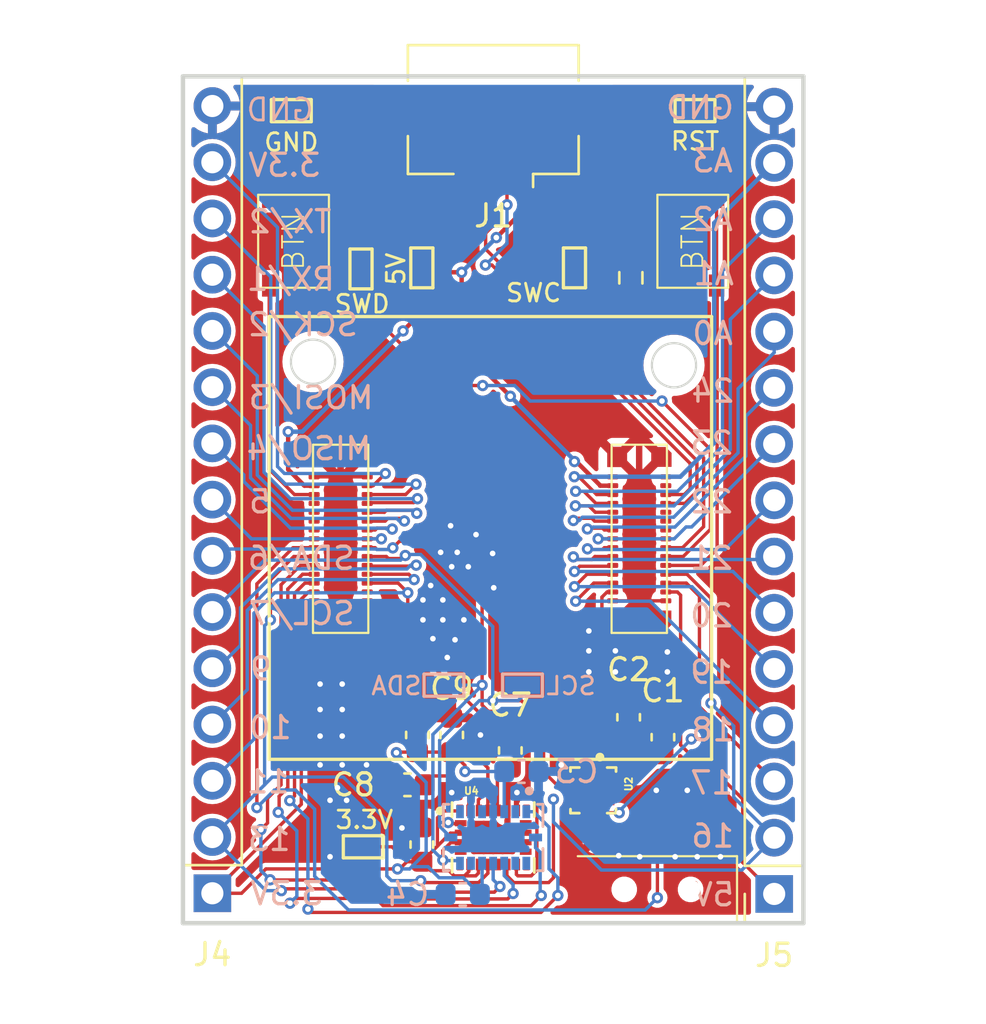
<source format=kicad_pcb>
(kicad_pcb (version 20240108) (generator "pcbnew") (generator_version "8.0")
  (layers (0 "F.Cu" signal) (31 "B.Cu" signal) (34 "B.Paste" user) (35 "F.Paste" user) (36 "B.SilkS" user "B.Silkscreen") (37 "F.SilkS" user "F.Silkscreen") (38 "B.Mask" user) (39 "F.Mask" user) (44 "Edge.Cuts" user))
  (net 0 "")
  (net 19 "/USB_DN")
  (net 20 "GND")
  (net 21 "/VREG_EN")
  (net 22 "/USB_DP")
  (net 23 "/TX0")
  (net 24 "/SWDIO")
  (net 25 "/SWCLK")
  (net 26 "/SDA")
  (net 27 "/SCL")
  (net 28 "/SCK1")
  (net 29 "/SCK0")
  (net 30 "/RX0")
  (net 31 "/RUN")
  (net 32 "/MOSI1")
  (net 33 "/MOSI0")
  (net 34 "/MISO1")
  (net 35 "/MISO0")
  (net 36 "/GPIO9")
  (net 37 "/GPIO5")
  (net 38 "/GPIO24")
  (net 39 "/GPIO23")
  (net 40 "/GPIO22")
  (net 41 "/GPIO21")
  (net 42 "/GPIO20")
  (net 43 "/GPIO19")
  (net 44 "/GPIO18")
  (net 45 "/GPIO17")
  (net 46 "/GPIO16")
  (net 47 "/GPIO13")
  (net 48 "/GPIO11")
  (net 49 "/GPIO10")
  (net 50 "/BOOTSEL")
  (net 51 "/ADC3")
  (net 52 "/ADC2")
  (net 53 "/ADC1")
  (net 54 "/ADC0")
  (net 55 "+5V")
  (net 56 "+3V3")
  (net 58 "Net-(R1-Pad1)")
  (net 63 "Net-(U4-CAP)")
  (net 64 "Net-(U4-C1)")
  (footprint "Connector_USB:USB_Micro-B_Amphenol_10104110_Horizontal" (layer "F.Cu") (at 50.48 34.4 180)
    (property "Reference" "J1")
    (property "Value" "USB_B_Micro")
  )
  (footprint "Customs_Buttons:SPDT_Switch_AYZ0102AGRLC" (layer "F.Cu") (at 57.9 66.375)
    (property "Reference" "SW3" (hide yes))
    (property "Value" "SW_DPDT_x2")
  )
  (footprint "Customs_Connectors:TestPoint_Loop_1.6x0.8mm" (layer "F.Cu") (at 44.6 66.45)
    (property "Reference" "TP1" (hide yes))
    (property "Value" "TestPoint")
  )
  (footprint "Capacitor_SMD:C_0603_1608Metric" (layer "F.Cu") (at 58.15 61.5 90)
    (property "Reference" "C1")
    (property "Value" "100n")
  )
  (footprint "Resistor_SMD:R_0603_1608Metric_Pad0.98x0.95mm_HandSolder" (layer "F.Cu") (at 56.7 40.75 -90)
    (property "Reference" "R1" (hide yes))
    (property "Value" "1k")
  )
  (footprint "Customs_Buttons:PTS815 SJM 250" (layer "F.Cu") (at 41.45 39.1 90)
    (property "Reference" "SW2" (hide yes))
    (property "Value" "SW_Push" (hide yes))
  )
  (footprint "Capacitor_SMD:C_0603_1608Metric" (layer "F.Cu") (at 51.25 62.1 90)
    (property "Reference" "C7")
    (property "Value" "10n")
  )
  (footprint "Connector_PinSocket_2.54mm:PinSocket_1x15_P2.54mm_Vertical" (layer "F.Cu") (at 37.78 68.55 180)
    (property "Reference" "J4")
    (property "Value" "Conn_01x15_MountingPin")
  )
  (footprint "Customs_Connectors:TE-3-2363962-0_30x0.4mm_Recepticle" (layer "F.Cu") (at 43.58 52.54 90)
    (property "Reference" "J3" (hide yes))
    (property "Value" "Conn_02x15_Top_Bottom" (hide yes))
  )
  (footprint "Connector_PinSocket_2.54mm:PinSocket_1x15_P2.54mm_Vertical" (layer "F.Cu") (at 63.18 68.58 180)
    (property "Reference" "J5")
    (property "Value" "Conn_01x15_MountingPin")
  )
  (footprint "Customs_Sensors:PQFN50P200X200X80-10N" (layer "F.Cu") (at 55 63.9 -90)
    (property "Reference" "U2")
    (property "Value" "BMP388")
  )
  (footprint "Capacitor_SMD:C_0603_1608Metric" (layer "F.Cu") (at 56.6 60.6 90)
    (property "Reference" "C2")
    (property "Value" "100n")
  )
  (footprint "Customs_Connectors:TE-3-2363962-0_30x0.4mm_Recepticle" (layer "F.Cu") (at 57.08 52.54 90)
    (property "Reference" "J2" (hide yes))
    (property "Value" "Conn_02x15_Top_Bottom" (hide yes))
  )
  (footprint "Customs_Connectors:TestPoint_Loop_1.6x0.8mm" (layer "F.Cu") (at 44.5 40.35 90)
    (property "Reference" "TP4" (hide yes))
    (property "Value" "TestPoint")
  )
  (footprint "Capacitor_SMD:C_0603_1608Metric" (layer "F.Cu") (at 46.6 63.65 180)
    (property "Reference" "C8")
    (property "Value" "100n")
  )
  (footprint "Customs_Connectors:TestPoint_Loop_1.6x0.8mm" (layer "F.Cu") (at 59.6 33.2)
    (property "Reference" "TP3" (hide yes))
    (property "Value" "TestPoint")
  )
  (footprint "Capacitor_SMD:C_0603_1608Metric" (layer "F.Cu") (at 47.05 61.4 90)
    (property "Reference" "C5" (hide yes))
    (property "Value" "100n")
  )
  (footprint "Customs_Sensors:PQFN43P300X350X102-24N" (layer "F.Cu") (at 50.475 66.03)
    (property "Reference" "U4")
    (property "Value" "LSM9DS1TR")
  )
  (footprint "Capacitor_SMD:C_0603_1608Metric" (layer "F.Cu") (at 48.6 61.4 90)
    (property "Reference" "C9")
    (property "Value" "10u")
  )
  (footprint "Customs_Connectors:TestPoint_Loop_1.6x0.8mm" (layer "F.Cu") (at 47.25 40.3 90)
    (property "Reference" "TP2" (hide yes))
    (property "Value" "TestPoint")
  )
  (footprint "Capacitor_SMD:C_0603_1608Metric" (layer "F.Cu") (at 47.25 66.35 90)
    (property "Reference" "C6" (hide yes))
    (property "Value" "100n")
  )
  (footprint "Customs_Connectors:TestPoint_Loop_1.6x0.8mm" (layer "F.Cu") (at 54.15 40.3 90)
    (property "Reference" "TP5" (hide yes))
    (property "Value" "TestPoint")
  )
  (footprint "Customs_Connectors:TestPoint_Loop_1.6x0.8mm" (layer "F.Cu") (at 41.35 33.2)
    (property "Reference" "TP6" (hide yes))
    (property "Value" "TestPoint")
  )
  (footprint "Customs_Buttons:PTS815 SJM 250" (layer "F.Cu") (at 59.5 39.1 -90)
    (property "Reference" "SW1" (hide yes))
    (property "Value" "SW_Push" (hide yes))
  )
  (footprint "Capacitor_SMD:C_0603_1608Metric" (layer "B.Cu") (at 49.1 68.6 180)
    (property "Reference" "C4")
    (property "Value" "100n")
  )
  (footprint "Customs_Connectors:TestPoint_Loop_1.6x0.8mm" (layer "B.Cu") (at 48.25 59.15 180)
    (property "Reference" "TP8" (hide yes))
    (property "Value" "TestPoint")
  )
  (footprint "Capacitor_SMD:C_0603_1608Metric" (layer "B.Cu") (at 51.75 63.05)
    (property "Reference" "C3")
    (property "Value" "100n")
  )
  (footprint "Customs_Sensors:PQFN50P450X300X100-16N" (layer "B.Cu") (at 50.475 66.03 180)
    (property "Reference" "U1" (hide yes))
    (property "Value" "BMI088")
  )
  (footprint "Customs_Connectors:TestPoint_Loop_1.6x0.8mm" (layer "B.Cu") (at 51.8 59.15 180)
    (property "Reference" "TP7" (hide yes))
    (property "Value" "TestPoint")
  )
  (gr_line (start 60.35 62.5) (end 60.35 42.5) (stroke (width 0.15)) (layer "F.SilkS"))
  (gr_line (start 40.35 42.5) (end 40.35 62.5) (stroke (width 0.15)) (layer "F.SilkS"))
  (gr_line (start 40.35 62.5) (end 60.35 62.5) (stroke (width 0.15)) (layer "F.SilkS"))
  (gr_line (start 60.35 42.5) (end 40.35 42.5) (stroke (width 0.15)) (layer "F.SilkS"))
  (gr_line (start 64.5 69.9) (end 36.45 69.9) (stroke (width 0.2)) (layer "Edge.Cuts"))
  (gr_line (start 36.45 31.65) (end 64.5 31.65) (stroke (width 0.2)) (layer "Edge.Cuts"))
  (gr_line (start 64.5 31.65) (end 64.5 69.9) (stroke (width 0.2)) (layer "Edge.Cuts"))
  (gr_circle (center 42.33 44.54) (end 43.33 44.54) (stroke (width 0.1)) (fill none) (layer "Edge.Cuts"))
  (gr_line (start 36.45 69.9) (end 36.45 31.65) (stroke (width 0.2)) (layer "Edge.Cuts"))
  (gr_circle (center 58.65 44.7) (end 59.65 44.7) (stroke (width 0.1)) (fill none) (layer "Edge.Cuts"))
  (gr_text "SCK/2" (at 44.45 43.45 0) (layer "B.SilkS") (effects (font (size 1 1)) (justify left bottom mirror)))
  (gr_text "5V" (at 61.45 69.2 0) (layer "B.SilkS") (effects (font (size 1 1)) (justify left bottom mirror)))
  (gr_text "9" (at 40.55 59 0) (layer "B.SilkS") (effects (font (size 1 1)) (justify left bottom mirror)))
  (gr_text "A2" (at 61.4 38.7 0) (layer "B.SilkS") (effects (font (size 1 1)) (justify left bottom mirror)))
  (gr_text "10" (at 41.45 61.65 0) (layer "B.SilkS") (effects (font (size 1 1)) (justify left bottom mirror)))
  (gr_text "3.3V" (at 42.75 36.25 0) (layer "B.SilkS") (effects (font (size 1 1)) (justify left bottom mirror)))
  (gr_text "SDA" (at 46.1 59.65 0) (layer "B.SilkS") (effects (font (size 0.8 0.8) (thickness 0.127)) (justify bottom mirror)))
  (gr_text "A1" (at 61.45 41.15 0) (layer "B.SilkS") (effects (font (size 1 1)) (justify left bottom mirror)))
  (gr_text "5" (at 40.5 51.45 0) (layer "B.SilkS") (effects (font (size 1 1)) (justify left bottom mirror)))
  (gr_text "SCL	" (at 53.6 59.65 0) (layer "B.SilkS") (effects (font (size 0.8 0.8) (thickness 0.127)) (justify bottom mirror)))
  (gr_text "24" (at 61.45 46.45 0) (layer "B.SilkS") (effects (font (size 1 1)) (justify left bottom mirror)))
  (gr_text "RX/1" (at 43.4 41.4 0) (layer "B.SilkS") (effects (font (size 1 1)) (justify left bottom mirror)))
  (gr_text "11" (at 41.35 64.1 0) (layer "B.SilkS") (effects (font (size 1 1)) (justify left bottom mirror)))
  (gr_text "SDA/6" (at 44.3 54 0) (layer "B.SilkS") (effects (font (size 1 1)) (justify left bottom mirror)))
  (gr_text "A0" (at 61.4 43.85 0) (layer "B.SilkS") (effects (font (size 1 1)) (justify left bottom mirror)))
  (gr_text "3.3V" (at 42.85 69.15 0) (layer "B.SilkS") (effects (font (size 1 1)) (justify left bottom mirror)))
  (gr_text "18" (at 61.45 61.75 0) (layer "B.SilkS") (effects (font (size 1 1)) (justify left bottom mirror)))
  (gr_text "A3" (at 61.4 36.05 0) (layer "B.SilkS") (effects (font (size 1 1)) (justify left bottom mirror)))
  (gr_text "19" (at 61.4 59.15 0) (layer "B.SilkS") (effects (font (size 1 1)) (justify left bottom mirror)))
  (gr_text "MISO/4" (at 45.05 49.05 0) (layer "B.SilkS") (effects (font (size 1 1)) (justify left bottom mirror)))
  (gr_text "SCL/7" (at 44.3 56.5 0) (layer "B.SilkS") (effects (font (size 1 1)) (justify left bottom mirror)))
  (gr_text "23" (at 61.4 48.8 0) (layer "B.SilkS") (effects (font (size 1 1)) (justify left bottom mirror)))
  (gr_text "21" (at 61.4 54 0) (layer "B.SilkS") (effects (font (size 1 1)) (justify left bottom mirror)))
  (gr_text "GND" (at 61.45 33.65 0) (layer "B.SilkS") (effects (font (size 1 1)) (justify left bottom mirror)))
  (gr_text "MOSI/3" (at 45.15 46.75 0) (layer "B.SilkS") (effects (font (size 1 1)) (justify left bottom mirror)))
  (gr_text "13" (at 41.4 66.7 0) (layer "B.SilkS") (effects (font (size 1 1)) (justify left bottom mirror)))
  (gr_text "16" (at 61.45 66.55 0) (layer "B.SilkS") (effects (font (size 1 1)) (justify left bottom mirror)))
  (gr_text "22" (at 61.4 51.45 0) (layer "B.SilkS") (effects (font (size 1 1)) (justify left bottom mirror)))
  (gr_text "20" (at 61.4 56.6 0) (layer "B.SilkS") (effects (font (size 1 1)) (justify left bottom mirror)))
  (gr_text "GND" (at 42.45 33.75 0) (layer "B.SilkS") (effects (font (size 1 1) (thickness 0.127)) (justify left bottom mirror)))
  (gr_text "17" (at 61.4 64.15 0) (layer "B.SilkS") (effects (font (size 1 1)) (justify left bottom mirror)))
  (gr_text "TX/2\n" (at 43.25 38.8 0) (layer "B.SilkS") (effects (font (size 1 1)) (justify left bottom mirror)))
  (gr_text "RST\n" (at 59.6 35.05 0) (layer "F.SilkS") (effects (font (size 0.8 0.8) (thickness 0.127)) (justify bottom)))
  (gr_text "SWD" (at 44.55 42.4 0) (layer "F.SilkS") (effects (font (size 0.8 0.8) (thickness 0.127)) (justify bottom)))
  (gr_text "GND\n" (at 41.35 35.1 0) (layer "F.SilkS") (effects (font (size 0.8 0.8) (thickness 0.127)) (justify bottom)))
  (gr_text "3.3V\n" (at 44.65 65.7 0) (layer "F.SilkS") (effects (font (size 0.8 0.8) (thickness 0.127)) (justify bottom)))
  (gr_text "SWC" (at 52.3 41.9 0) (layer "F.SilkS") (effects (font (size 0.8 0.8) (thickness 0.127)) (justify bottom)))
  (gr_text "5V" (at 46.55 40.35 90) (layer "F.SilkS") (effects (font (size 0.8 0.8) (thickness 0.127)) (justify bottom)))
  (segment (start 59.114548 50.54) (end 58.28 50.54) (width 0.1524) (layer "F.Cu") (net 19))
  (segment (start 51.1 37.45) (end 51.1 35.98) (width 0.1524) (layer "F.Cu") (net 19))
  (segment (start 59.3808 50.273748) (end 59.114548 50.54) (width 0.1524) (layer "F.Cu") (net 19))
  (segment (start 50.124379 40.174379) (end 50.420779 40.174379) (width 0.1524) (layer "F.Cu") (net 19))
  (segment (start 59.3808 49.1344) (end 59.3808 50.273748) (width 0.1524) (layer "F.Cu") (net 19))
  (segment (start 50.420779 40.174379) (end 59.3808 49.1344) (width 0.1524) (layer "F.Cu") (net 19))
  (segment (start 51.1 35.98) (end 51.13 35.95) (width 0.1524) (layer "F.Cu") (net 19))
  (via (at 51.1 37.45) (size 0.508) (drill 0.254) (layers "F.Cu" "B.Cu") (net 19))
  (via (at 50.124379 40.174379) (size 0.508) (drill 0.254) (layers "F.Cu" "B.Cu") (net 19))
  (segment (start 51.1 37.45) (end 51.1 39.198758) (width 0.1524) (layer "B.Cu") (net 19))
  (segment (start 51.1 39.198758) (end 50.124379 40.174379) (width 0.1524) (layer "B.Cu") (net 19))
  (segment (start 44.5 48.84) (end 43.6 49.74) (width 0.1524) (layer "F.Cu") (net 20))
  (segment (start 58.08 56.24) (end 58.08 56.2) (width 0.1524) (layer "F.Cu") (net 20))
  (segment (start 56.2 56.24) (end 57.1 55.34) (width 0.1524) (layer "F.Cu") (net 20))
  (segment (start 54.2 63.4) (end 54.235 63.4) (width 0.1524) (layer "F.Cu") (net 20))
  (segment (start 42.65 56.24) (end 43.55 55.34) (width 0.1524) (layer "F.Cu") (net 20))
  (segment (start 42.38 49.74) (end 43.55 49.74) (width 0.1524) (layer "F.Cu") (net 20))
  (segment (start 58.28 55.34) (end 57.1 55.34) (width 0.1524) (layer "F.Cu") (net 20))
  (segment (start 56.08 48.84) (end 56.15 48.84) (width 0.1524) (layer "F.Cu") (net 20))
  (segment (start 42.58 56.24) (end 42.65 56.24) (width 0.1524) (layer "F.Cu") (net 20))
  (segment (start 42.58 48.84) (end 42.65 48.84) (width 0.1524) (layer "F.Cu") (net 20))
  (segment (start 57.95 48.84) (end 57.05 49.74) (width 0.1524) (layer "F.Cu") (net 20))
  (segment (start 42.65 48.84) (end 43.55 49.74) (width 0.1524) (layer "F.Cu") (net 20))
  (segment (start 44.5 56.24) (end 43.6 55.34) (width 0.1524) (layer "F.Cu") (net 20))
  (segment (start 44.58 48.84) (end 44.5 48.84) (width 0.1524) (layer "F.Cu") (net 20))
  (segment (start 58.08 56.24) (end 58 56.24) (width 0.1524) (layer "F.Cu") (net 20))
  (segment (start 43.55 55.34) (end 43.6 55.34) (width 0.1524) (layer "F.Cu") (net 20))
  (segment (start 55.74671 55.34) (end 55.88 55.34) (width 0.1524) (layer "F.Cu") (net 20))
  (segment (start 51.525 64.83) (end 51.525 64.025) (width 0.1524) (layer "F.Cu") (net 20))
  (segment (start 56.08 56.24) (end 56.2 56.24) (width 0.1524) (layer "F.Cu") (net 20))
  (segment (start 58.08 48.84) (end 57.95 48.84) (width 0.1524) (layer "F.Cu") (net 20))
  (segment (start 57.1 55.34) (end 55.88 55.34) (width 0.1524) (layer "F.Cu") (net 20))
  (segment (start 53.55 62.75) (end 54.2 63.4) (width 0.1524) (layer "F.Cu") (net 20))
  (segment (start 42.38 55.34) (end 43.55 55.34) (width 0.1524) (layer "F.Cu") (net 20))
  (segment (start 44.58 56.24) (end 44.58 56.2) (width 0.1524) (layer "F.Cu") (net 20))
  (segment (start 55.88 49.74) (end 57.05 49.74) (width 0.1524) (layer "F.Cu") (net 20))
  (segment (start 43.6 49.74) (end 44.78 49.74) (width 0.1524) (layer "F.Cu") (net 20))
  (segment (start 46.35 65.6) (end 47.225 65.6) (width 0.1524) (layer "F.Cu") (net 20))
  (segment (start 47.225 65.6) (end 47.25 65.575) (width 0.1524) (layer "F.Cu") (net 20))
  (segment (start 57.05 49.74) (end 58.28 49.74) (width 0.1524) (layer "F.Cu") (net 20))
  (segment (start 58 56.24) (end 57.1 55.34) (width 0.1524) (layer "F.Cu") (net 20))
  (segment (start 51.525 64.025) (end 51.55 64) (width 0.1524) (layer "F.Cu") (net 20))
  (segment (start 43.6 55.34) (end 44.78 55.34) (width 0.1524) (layer "F.Cu") (net 20))
  (segment (start 56.15 48.84) (end 57.05 49.74) (width 0.1524) (layer "F.Cu") (net 20))
  (segment (start 43.55 49.74) (end 43.6 49.74) (width 0.1524) (layer "F.Cu") (net 20))
  (segment (start 44.58 56.24) (end 44.5 56.24) (width 0.1524) (layer "F.Cu") (net 20))
  (via (at 47.75 57.05) (size 0.508) (drill 0.254) (layers "F.Cu" "B.Cu") (net 20))
  (via (at 42.65 59.1) (size 0.508) (drill 0.254) (layers "F.Cu" "B.Cu") (net 20))
  (via (at 42.65 61.45) (size 0.508) (drill 0.254) (layers "F.Cu" "B.Cu") (net 20))
  (via (at 43.1 66.9) (size 0.508) (drill 0.254) (layers "F.Cu" "B.Cu") (net 20))
  (via (at 50.45 53.2) (size 0.508) (drill 0.254) (layers "F.Cu" "B.Cu") (net 20))
  (via (at 50.5 54.75) (size 0.508) (drill 0.254) (layers "F.Cu" "B.Cu") (net 20))
  (via (at 53.55 62.75) (size 0.508) (drill 0.254) (layers "F.Cu" "B.Cu") (net 20))
  (via (at 48.1 53.15) (size 0.508) (drill 0.254) (layers "F.Cu" "B.Cu") (net 20))
  (via (at 48.6 53.8) (size 0.508) (drill 0.254) (layers "F.Cu" "B.Cu") (net 20))
  (via (at 48.2 55.3) (size 0.508) (drill 0.254) (layers "F.Cu" "B.Cu") (net 20))
  (via (at 58.7 66.9) (size 0.508) (drill 0.254) (layers "F.Cu" "B.Cu") (net 20))
  (via (at 57.85 63.9) (size 0.508) (drill 0.254) (layers "F.Cu" "B.Cu") (net 20))
  (via (at 46.35 65.6) (size 0.508) (drill 0.254) (layers "F.Cu" "B.Cu") (net 20))
  (via (at 56.15 66.85) (size 0.508) (drill 0.254) (layers "F.Cu" "B.Cu") (net 20))
  (via (at 48.4 57.9) (size 0.508) (drill 0.254) (layers "F.Cu" "B.Cu") (net 20))
  (via (at 59.7 66.9) (size 0.508) (drill 0.254) (layers "F.Cu" "B.Cu") (net 20))
  (via (at 43.1 64.35) (size 0.508) (drill 0.254) (layers "F.Cu" "B.Cu") (net 20))
  (via (at 47.3 56.2) (size 0.508) (drill 0.254) (layers "F.Cu" "B.Cu") (net 20))
  (via (at 42.65 60.25) (size 0.508) (drill 0.254) (layers "F.Cu" "B.Cu") (net 20))
  (via (at 43.65 60.25) (size 0.508) (drill 0.254) (layers "F.Cu" "B.Cu") (net 20))
  (via (at 48.6 64) (size 0.508) (drill 0.254) (layers "F.Cu" "B.Cu") (net 20))
  (via (at 54.8 58.55) (size 0.508) (drill 0.254) (layers "F.Cu" "B.Cu") (net 20))
  (via (at 58.35 57.65) (size 0.508) (drill 0.254) (layers "F.Cu" "B.Cu") (net 20))
  (via (at 49.35 53.8) (size 0.508) (drill 0.254) (layers "F.Cu" "B.Cu") (net 20))
  (via (at 49.9 61.4) (size 0.508) (drill 0.254) (layers "F.Cu" "B.Cu") (net 20))
  (via (at 54.8 57.6) (size 0.508) (drill 0.254) (layers "F.Cu" "B.Cu") (net 20))
  (via (at 56 57.6) (size 0.508) (drill 0.254) (layers "F.Cu" "B.Cu") (net 20))
  (via (at 58.35 58.55) (size 0.508) (drill 0.254) (layers "F.Cu" "B.Cu") (net 20))
  (via (at 43.85 64.35) (size 0.508) (drill 0.254) (layers "F.Cu" "B.Cu") (net 20))
  (via (at 48.2 56.2) (size 0.508) (drill 0.254) (layers "F.Cu" "B.Cu") (net 20))
  (via (at 60.75 66.9) (size 0.508) (drill 0.254) (layers "F.Cu" "B.Cu") (net 20))
  (via (at 43.65 62.75) (size 0.508) (drill 0.254) (layers "F.Cu" "B.Cu") (net 20))
  (via (at 42.65 62.75) (size 0.508) (drill 0.254) (layers "F.Cu" "B.Cu") (net 20))
  (via (at 44.75 62.75) (size 0.508) (drill 0.254) (layers "F.Cu" "B.Cu") (net 20))
  (via (at 51.55 64) (size 0.508) (drill 0.254) (layers "F.Cu" "B.Cu") (net 20))
  (via (at 59.25 63.9) (size 0.508) (drill 0.254) (layers "F.Cu" "B.Cu") (net 20))
  (via (at 48.75 57.1) (size 0.508) (drill 0.254) (layers "F.Cu" "B.Cu") (net 20))
  (via (at 48.85 53.15) (size 0.508) (drill 0.254) (layers "F.Cu" "B.Cu") (net 20))
  (via (at 49.7 52.35) (size 0.508) (drill 0.254) (layers "F.Cu" "B.Cu") (net 20))
  (via (at 43.434103 63.7821) (size 0.508) (drill 0.254) (layers "F.Cu" "B.Cu") (net 20))
  (via (at 57.1 66.9) (size 0.508) (drill 0.254) (layers "F.Cu" "B.Cu") (net 20))
  (via (at 56 58.55) (size 0.508) (drill 0.254) (layers "F.Cu" "B.Cu") (net 20))
  (via (at 54.8 56.7) (size 0.508) (drill 0.254) (layers "F.Cu" "B.Cu") (net 20))
  (via (at 43.65 59.1) (size 0.508) (drill 0.254) (layers "F.Cu" "B.Cu") (net 20))
  (via (at 47.3 55.3) (size 0.508) (drill 0.254) (layers "F.Cu" "B.Cu") (net 20))
  (via (at 47.65 54.65) (size 0.508) (drill 0.254) (layers "F.Cu" "B.Cu") (net 20))
  (via (at 49.15 56.2) (size 0.508) (drill 0.254) (layers "F.Cu" "B.Cu") (net 20))
  (via (at 43.65 61.45) (size 0.508) (drill 0.254) (layers "F.Cu" "B.Cu") (net 20))
  (via (at 48.55 51.95) (size 0.508) (drill 0.254) (layers "F.Cu" "B.Cu") (net 20))
  (segment (start 48.6 64) (end 50.0372 64) (width 0.1524) (layer "B.Cu") (net 20))
  (segment (start 50.475 64.4378) (end 50.475 64.865) (width 0.1524) (layer "B.Cu") (net 20))
  (segment (start 50.0372 64) (end 50.475 64.4378) (width 0.1524) (layer "B.Cu") (net 20))
  (segment (start 42.38 52.94) (end 41.428948 52.94) (width 0.1524) (layer "F.Cu") (net 21))
  (segment (start 57.9 65.775) (end 57.9 68.75) (width 0.1524) (layer "F.Cu") (net 21))
  (segment (start 39.792003 54.576945) (end 39.792003 64.67979) (width 0.1524) (layer "F.Cu") (net 21))
  (segment (start 41.428948 52.94) (end 39.792003 54.576945) (width 0.1524) (layer "F.Cu") (net 21))
  (via (at 39.792003 64.67979) (size 0.508) (drill 0.254) (layers "F.Cu" "B.Cu") (net 21))
  (via (at 57.9 68.75) (size 0.508) (drill 0.254) (layers "F.Cu" "B.Cu") (net 21))
  (segment (start 41.534427 63.884427) (end 42.4048 64.7548) (width 0.1524) (layer "B.Cu") (net 21))
  (segment (start 42.4048 64.7548) (end 42.4048 67.781187) (width 0.1524) (layer "B.Cu") (net 21))
  (segment (start 43.927213 69.3036) (end 57.3464 69.3036) (width 0.1524) (layer "B.Cu") (net 21))
  (segment (start 42.4048 67.781187) (end 43.927213 69.3036) (width 0.1524) (layer "B.Cu") (net 21))
  (segment (start 39.792003 64.67979) (end 40.587366 63.884427) (width 0.1524) (layer "B.Cu") (net 21))
  (segment (start 57.3464 69.3036) (end 57.9 68.75) (width 0.1524) (layer "B.Cu") (net 21))
  (segment (start 40.587366 63.884427) (end 41.534427 63.884427) (width 0.1524) (layer "B.Cu") (net 21))
  (segment (start 59.6856 50.4) (end 59.6856 49.008148) (width 0.1524) (layer "F.Cu") (net 22))
  (segment (start 59.1456 50.94) (end 59.6856 50.4) (width 0.1524) (layer "F.Cu") (net 22))
  (segment (start 50.1348 39.453748) (end 50.1348 38.733229) (width 0.1524) (layer "F.Cu") (net 22))
  (segment (start 58.28 50.94) (end 59.1456 50.94) (width 0.1524) (layer "F.Cu") (net 22))
  (segment (start 50.1348 38.733229) (end 50.48 38.388029) (width 0.1524) (layer "F.Cu") (net 22))
  (segment (start 51.0298 40.352348) (end 51.0298 40.348748) (width 0.1524) (layer "F.Cu") (net 22))
  (segment (start 59.6856 49.008148) (end 51.0298 40.352348) (width 0.1524) (layer "F.Cu") (net 22))
  (segment (start 51.0298 40.348748) (end 50.1348 39.453748) (width 0.1524) (layer "F.Cu") (net 22))
  (segment (start 50.48 38.388029) (end 50.48 35.95) (width 0.1524) (layer "F.Cu") (net 22))
  (segment (start 46.517723 50.54) (end 44.78 50.54) (width 0.1524) (layer "F.Cu") (net 23))
  (segment (start 46.986899 50.070824) (end 46.517723 50.54) (width 0.1524) (layer "F.Cu") (net 23))
  (via (at 46.986899 50.070824) (size 0.508) (drill 0.254) (layers "F.Cu" "B.Cu") (net 23))
  (segment (start 40.4192 40.7092) (end 37.78 38.07) (width 0.1524) (layer "B.Cu") (net 23))
  (segment (start 46.986899 50.070824) (end 41.082928 50.070824) (width 0.1524) (layer "B.Cu") (net 23))
  (segment (start 40.4192 49.407096) (end 40.4192 40.7092) (width 0.1524) (layer "B.Cu") (net 23))
  (segment (start 41.082928 50.070824) (end 40.4192 49.407096) (width 0.1524) (layer "B.Cu") (net 23))
  (segment (start 58.28 53.34) (end 59.067659 53.34) (width 0.1524) (layer "F.Cu") (net 24))
  (segment (start 44.5 41.9325) (end 44.5 40.35) (width 0.1524) (layer "F.Cu") (net 24))
  (segment (start 60.2952 52.112459) (end 60.2952 48.504902) (width 0.1524) (layer "F.Cu") (net 24))
  (segment (start 48.183397 45.615897) (end 44.5 41.9325) (width 0.1524) (layer "F.Cu") (net 24))
  (segment (start 59.067659 53.34) (end 60.2952 52.112459) (width 0.1524) (layer "F.Cu") (net 24))
  (segment (start 60.2952 48.504902) (end 58.105942 46.315644) (width 0.1524) (layer "F.Cu") (net 24))
  (segment (start 50 45.615897) (end 48.183397 45.615897) (width 0.1524) (layer "F.Cu") (net 24))
  (via (at 58.105942 46.315644) (size 0.508) (drill 0.254) (layers "F.Cu" "B.Cu") (net 24))
  (via (at 50 45.615897) (size 0.508) (drill 0.254) (layers "F.Cu" "B.Cu") (net 24))
  (segment (start 52.148144 46.315644) (end 58.105942 46.315644) (width 0.1524) (layer "B.Cu") (net 24))
  (segment (start 51.448397 45.615897) (end 52.148144 46.315644) (width 0.1524) (layer "B.Cu") (net 24))
  (segment (start 50 45.615897) (end 51.448397 45.615897) (width 0.1524) (layer "B.Cu") (net 24))
  (segment (start 59.9904 48.881896) (end 59.9904 51.986207) (width 0.1524) (layer "F.Cu") (net 25))
  (segment (start 54.15 40.3) (end 54.15 43.041496) (width 0.1524) (layer "F.Cu") (net 25))
  (segment (start 59.036607 52.94) (end 58.28 52.94) (width 0.1524) (layer "F.Cu") (net 25))
  (segment (start 54.15 43.041496) (end 59.9904 48.881896) (width 0.1524) (layer "F.Cu") (net 25))
  (segment (start 59.9904 51.986207) (end 59.036607 52.94) (width 0.1524) (layer "F.Cu") (net 25))
  (segment (start 52.7548 63.0548) (end 52.7548 61.282261) (width 0.1524) (layer "F.Cu") (net 26))
  (segment (start 50.2572 60.3326) (end 49.975 60.0504) (width 0.1524) (layer "F.Cu") (net 26))
  (segment (start 48.5534 66.265) (end 48.2 66.6184) (width 0.1524) (layer "F.Cu") (net 26))
  (segment (start 49.975 59.15) (end 49.975 53.525) (width 0.1524) (layer "F.Cu") (net 26))
  (segment (start 53.6 63.9) (end 52.7548 63.0548) (width 0.1524) (layer "F.Cu") (net 26))
  (segment (start 45.1375 52.94) (end 45.2201 53.0226) (width 0.1524) (layer "F.Cu") (net 26))
  (segment (start 49.1 52.65) (end 46.236743 52.65) (width 0.1524) (layer "F.Cu") (net 26))
  (segment (start 48.98 66.265) (end 48.5534 66.265) (width 0.1524) (layer "F.Cu") (net 26))
  (segment (start 52.7548 61.282261) (end 51.805139 60.3326) (width 0.1524) (layer "F.Cu") (net 26))
  (segment (start 48.2 66.6184) (end 48.2 67.05) (width 0.1524) (layer "F.Cu") (net 26))
  (segment (start 45.864143 53.0226) (end 45.938348 52.948395) (width 0.1524) (layer "F.Cu") (net 26))
  (segment (start 49.975 53.525) (end 49.1 52.65) (width 0.1524) (layer "F.Cu") (net 26))
  (segment (start 51.805139 60.3326) (end 50.2572 60.3326) (width 0.1524) (layer "F.Cu") (net 26))
  (segment (start 54.235 63.9) (end 53.6 63.9) (width 0.1524) (layer "F.Cu") (net 26))
  (segment (start 49.975 60.0504) (end 49.975 59.15) (width 0.1524) (layer "F.Cu") (net 26))
  (segment (start 45.2201 53.0226) (end 45.864143 53.0226) (width 0.1524) (layer "F.Cu") (net 26))
  (segment (start 46.236743 52.65) (end 45.938348 52.948395) (width 0.1524) (layer "F.Cu") (net 26))
  (segment (start 44.78 52.94) (end 45.1375 52.94) (width 0.1524) (layer "F.Cu") (net 26))
  (via (at 45.938348 52.948395) (size 0.508) (drill 0.254) (layers "F.Cu" "B.Cu") (net 26))
  (via (at 49.975 59.15) (size 0.508) (drill 0.254) (layers "F.Cu" "B.Cu") (net 26))
  (via (at 48.2 67.05) (size 0.508) (drill 0.254) (layers "F.Cu" "B.Cu") (net 26))
  (segment (start 47.75 66.6) (end 47.75 61.375) (width 0.1524) (layer "B.Cu") (net 26))
  (segment (start 48.25 59.15) (end 49.975 59.15) (width 0.1524) (layer "B.Cu") (net 26))
  (segment (start 45.864143 53.0226) (end 45.2201 53.0226) (width 0.1524) (layer "B.Cu") (net 26))
  (segment (start 47.75 61.375) (end 49.975 59.15) (width 0.1524) (layer "B.Cu") (net 26))
  (segment (start 48.225 67.075) (end 47.75 66.6) (width 0.1524) (layer "B.Cu") (net 26))
  (segment (start 48.975 67.195) (end 48.975 67.075) (width 0.1524) (layer "B.Cu") (net 26))
  (segment (start 38.09 53) (end 37.78 53.31) (width 0.1524) (layer "B.Cu") (net 26))
  (segment (start 45.938348 52.948395) (end 45.864143 53.0226) (width 0.1524) (layer "B.Cu") (net 26))
  (segment (start 48.975 67.075) (end 48.225 67.075) (width 0.1524) (layer "B.Cu") (net 26))
  (segment (start 45.1975 53) (end 38.09 53) (width 0.1524) (layer "B.Cu") (net 26))
  (segment (start 45.2201 53.0226) (end 45.1975 53) (width 0.1524) (layer "B.Cu") (net 26))
  (segment (start 54.75 63.135) (end 54.75 62.846409) (width 0.1524) (layer "F.Cu") (net 27))
  (segment (start 48.442866 65.3529) (end 48.494966 65.405) (width 0.1524) (layer "F.Cu") (net 27))
  (segment (start 48.494966 65.405) (end 48.98 65.405) (width 0.1524) (layer "F.Cu") (net 27))
  (segment (start 45.647453 53.34) (end 45.738448 53.430995) (width 0.1524) (layer "F.Cu") (net 27))
  (segment (start 51.753591 59.85) (end 50.4571 59.85) (width 0.1524) (layer "F.Cu") (net 27))
  (segment (start 46.362953 53.430995) (end 46.501407 53.292541) (width 0.1524) (layer "F.Cu") (net 27))
  (segment (start 45.738448 53.430995) (end 46.362953 53.430995) (width 0.1524) (layer "F.Cu") (net 27))
  (segment (start 54.75 62.846409) (end 51.753591 59.85) (width 0.1524) (layer "F.Cu") (net 27))
  (segment (start 44.78 53.34) (end 45.647453 53.34) (width 0.1524) (layer "F.Cu") (net 27))
  (via (at 48.442866 65.3529) (size 0.508) (drill 0.254) (layers "F.Cu" "B.Cu") (net 27))
  (via (at 46.501407 53.292541) (size 0.508) (drill 0.254) (layers "F.Cu" "B.Cu") (net 27))
  (via (at 50.4571 59.85) (size 0.508) (drill 0.254) (layers "F.Cu" "B.Cu") (net 27))
  (segment (start 50.4571 56.507335) (end 47.196214 53.246449) (width 0.1524) (layer "B.Cu") (net 27))
  (segment (start 48.0577 65.3529) (end 48.0548 65.35) (width 0.1524) (layer "B.Cu") (net 27))
  (segment (start 50.4571 59.85) (end 50.4571 56.507335) (width 0.1524) (layer "B.Cu") (net 27))
  (segment (start 46.547499 53.246449) (end 46.501407 53.292541) (width 0.1524) (layer "B.Cu") (net 27))
  (segment (start 48.0548 65.35) (end 48.0548 65.5248) (width 0.1524) (layer "B.Cu") (net 27))
  (segment (start 46.293948 53.5) (end 46.501407 53.292541) (width 0.1524) (layer "B.Cu") (net 27))
  (segment (start 47.196214 53.246449) (end 46.547499 53.246449) (width 0.1524) (layer "B.Cu") (net 27))
  (segment (start 48.442866 65.3529) (end 48.0577 65.3529) (width 0.1524) (layer "B.Cu") (net 27))
  (segment (start 48.0548 65.5248) (end 48.56 66.03) (width 0.1524) (layer "B.Cu") (net 27))
  (segment (start 51.8 59.15) (end 51.8 59.65) (width 0.1524) (layer "B.Cu") (net 27))
  (segment (start 51.6 59.85) (end 50.4571 59.85) (width 0.1524) (layer "B.Cu") (net 27))
  (segment (start 40.13 53.5) (end 46.293948 53.5) (width 0.1524) (layer "B.Cu") (net 27))
  (segment (start 48.0548 61.6452) (end 48.0548 65.35) (width 0.1524) (layer "B.Cu") (net 27))
  (segment (start 49.85 59.85) (end 48.0548 61.6452) (width 0.1524) (layer "B.Cu") (net 27))
  (segment (start 50.4571 59.85) (end 49.85 59.85) (width 0.1524) (layer "B.Cu") (net 27))
  (segment (start 37.78 55.85) (end 40.13 53.5) (width 0.1524) (layer "B.Cu") (net 27))
  (segment (start 51.8 59.65) (end 51.6 59.85) (width 0.1524) (layer "B.Cu") (net 27))
  (segment (start 41.1904 54.8096) (end 41.86 54.14) (width 0.1524) (layer "F.Cu") (net 28))
  (segment (start 40.798579 64.849628) (end 40.798579 64.167127) (width 0.1524) (layer "F.Cu") (net 28))
  (segment (start 40.756703 64.891504) (end 40.798579 64.849628) (width 0.1524) (layer "F.Cu") (net 28))
  (segment (start 52.1904 69.1096) (end 45.497496 69.1096) (width 0.1524) (layer "F.Cu") (net 28))
  (segment (start 45.497496 69.1096) (end 45.170796 68.7829) (width 0.1524) (layer "F.Cu") (net 28))
  (segment (start 41.86 54.14) (end 42.38 54.14) (width 0.1524) (layer "F.Cu") (net 28))
  (segment (start 40.798579 64.167127) (end 41.1904 63.775306) (width 0.1524) (layer "F.Cu") (net 28))
  (segment (start 52.65 68.65) (end 52.1904 69.1096) (width 0.1524) (layer "F.Cu") (net 28))
  (segment (start 41.505251 68.7829) (end 41.291087 68.997064) (width 0.1524) (layer "F.Cu") (net 28))
  (segment (start 45.170796 68.7829) (end 41.505251 68.7829) (width 0.1524) (layer "F.Cu") (net 28))
  (segment (start 41.1904 63.775306) (end 41.1904 54.8096) (width 0.1524) (layer "F.Cu") (net 28))
  (via (at 52.65 68.65) (size 0.508) (drill 0.254) (layers "F.Cu" "B.Cu") (net 28))
  (via (at 41.291087 68.997064) (size 0.508) (drill 0.254) (layers "F.Cu" "B.Cu") (net 28))
  (via (at 40.756703 64.891504) (size 0.508) (drill 0.254) (layers "F.Cu" "B.Cu") (net 28))
  (segment (start 52.39 66.49) (end 52.39 66.03) (width 0.1524) (layer "B.Cu") (net 28))
  (segment (start 52.65 68.65) (end 52.6 68.6) (width 0.1524) (layer "B.Cu") (net 28))
  (segment (start 52.6 66.7) (end 52.39 66.49) (width 0.1524) (layer "B.Cu") (net 28))
  (segment (start 40.756703 64.891504) (end 41.6 65.734801) (width 0.1524) (layer "B.Cu") (net 28))
  (segment (start 52.6 68.6) (end 52.6 66.7) (width 0.1524) (layer "B.Cu") (net 28))
  (segment (start 41.6 65.734801) (end 41.6 68.688151) (width 0.1524) (layer "B.Cu") (net 28))
  (segment (start 41.6 68.688151) (end 41.291087 68.997064) (width 0.1524) (layer "B.Cu") (net 28))
  (segment (start 44.78 51.34) (end 45.558215 51.34) (width 0.1524) (layer "F.Cu") (net 29))
  (segment (start 45.647627 51.250588) (end 46.885947 51.250588) (width 0.1524) (layer "F.Cu") (net 29))
  (segment (start 46.885947 51.250588) (end 47.021861 51.386502) (width 0.1524) (layer "F.Cu") (net 29))
  (segment (start 45.558215 51.34) (end 45.647627 51.250588) (width 0.1524) (layer "F.Cu") (net 29))
  (via (at 47.021861 51.386502) (size 0.508) (drill 0.254) (layers "F.Cu" "B.Cu") (net 29))
  (segment (start 46.885947 51.250588) (end 47.021861 51.386502) (width 0.1524) (layer "B.Cu") (net 29))
  (segment (start 37.78 43.15) (end 39.8096 45.1796) (width 0.1524) (layer "B.Cu") (net 29))
  (segment (start 39.8096 45.1796) (end 39.8096 49.6596) (width 0.1524) (layer "B.Cu") (net 29))
  (segment (start 39.8096 49.6596) (end 41.400588 51.250588) (width 0.1524) (layer "B.Cu") (net 29))
  (segment (start 41.400588 51.250588) (end 46.885947 51.250588) (width 0.1524) (layer "B.Cu") (net 29))
  (segment (start 44.78 50.94) (end 44.816098 50.903902) (width 0.1524) (layer "F.Cu") (net 30))
  (segment (start 44.816098 50.903902) (end 46.876941 50.903902) (width 0.1524) (layer "F.Cu") (net 30))
  (segment (start 46.876941 50.903902) (end 47.053485 50.727358) (width 0.1524) (layer "F.Cu") (net 30))
  (via (at 47.053485 50.727358) (size 0.508) (drill 0.254) (layers "F.Cu" "B.Cu") (net 30))
  (segment (start 47.053485 50.727358) (end 41.30841 50.727358) (width 0.1524) (layer "B.Cu") (net 30))
  (segment (start 40.1144 49.533348) (end 40.1144 42.9444) (width 0.1524) (layer "B.Cu") (net 30))
  (segment (start 40.1144 42.9444) (end 37.78 40.61) (width 0.1524) (layer "B.Cu") (net 30))
  (segment (start 41.30841 50.727358) (end 40.1144 49.533348) (width 0.1524) (layer "B.Cu") (net 30))
  (segment (start 60.575 37.1) (end 60.575 35.6) (width 0.1524) (layer "F.Cu") (net 31))
  (segment (start 59.6 33.2) (end 59.6 34.625) (width 0.1524) (layer "F.Cu") (net 31))
  (segment (start 60.575 37.1) (end 60.575 41.1) (width 0.1524) (layer "F.Cu") (net 31))
  (segment (start 59.86 53.74) (end 60.6 53) (width 0.1524) (layer "F.Cu") (net 31))
  (segment (start 58.28 53.74) (end 59.86 53.74) (width 0.1524) (layer "F.Cu") (net 31))
  (segment (start 60.575 35.6) (end 59.6 34.625) (width 0.1524) (layer "F.Cu") (net 31))
  (segment (start 60.6 53) (end 60.6 41.125) (width 0.1524) (layer "F.Cu") (net 31))
  (segment (start 41.76 53.74) (end 42.38 53.74) (width 0.1524) (layer "F.Cu") (net 32))
  (segment (start 40.274603 65.373603) (end 40.274603 64.260051) (width 0.1524) (layer "F.Cu") (net 32))
  (segment (start 40.8856 63.649054) (end 40.8856 54.6144) (width 0.1524) (layer "F.Cu") (net 32))
  (segment (start 50.52526 68.5) (end 45.75 68.5) (width 0.1524) (layer "F.Cu") (net 32))
  (segment (start 45.75 68.5) (end 45.2 67.95) (width 0.1524) (layer "F.Cu") (net 32))
  (segment (start 40.8856 54.6144) (end 41.76 53.74) (width 0.1524) (layer "F.Cu") (net 32))
  (segment (start 39.974103 65.674103) (end 40.274603 65.373603) (width 0.1524) (layer "F.Cu") (net 32))
  (segment (start 40.4 67.95) (end 40.390897 67.940897) (width 0.1524) (layer "F.Cu") (net 32))
  (segment (start 45.2 67.95) (end 40.4 67.95) (width 0.1524) (layer "F.Cu") (net 32))
  (segment (start 40.274603 64.260051) (end 40.8856 63.649054) (width 0.1524) (layer "F.Cu") (net 32))
  (segment (start 50.782178 68.243082) (end 50.52526 68.5) (width 0.1524) (layer "F.Cu") (net 32))
  (via (at 50.782178 68.243082) (size 0.508) (drill 0.254) (layers "F.Cu" "B.Cu") (net 32))
  (via (at 40.390897 67.940897) (size 0.508) (drill 0.254) (layers "F.Cu" "B.Cu") (net 32))
  (via (at 39.974103 65.674103) (size 0.508) (drill 0.254) (layers "F.Cu" "B.Cu") (net 32))
  (segment (start 50.782178 68.243082) (end 50.475 67.935904) (width 0.1524) (layer "B.Cu") (net 32))
  (segment (start 50.475 67.935904) (end 50.475 67.195) (width 0.1524) (layer "B.Cu") (net 32))
  (segment (start 39.974103 67.524103) (end 40.390897 67.940897) (width 0.1524) (layer "B.Cu") (net 32))
  (segment (start 39.974103 65.674103) (end 39.974103 67.524103) (width 0.1524) (layer "B.Cu") (net 32))
  (segment (start 46.460363 51.733188) (end 46.344555 51.61738) (width 0.1524) (layer "F.Cu") (net 33))
  (segment (start 45.711887 51.61738) (end 45.589267 51.74) (width 0.1524) (layer "F.Cu") (net 33))
  (segment (start 45.589267 51.74) (end 44.78 51.74) (width 0.1524) (layer "F.Cu") (net 33))
  (segment (start 46.344555 51.61738) (end 45.711887 51.61738) (width 0.1524) (layer "F.Cu") (net 33))
  (via (at 46.460363 51.733188) (size 0.508) (drill 0.254) (layers "F.Cu" "B.Cu") (net 33))
  (segment (start 39.5048 47.4148) (end 37.78 45.69) (width 0.1524) (layer "B.Cu") (net 33))
  (segment (start 39.5048 49.785852) (end 39.5048 47.4148) (width 0.1524) (layer "B.Cu") (net 33))
  (segment (start 46.111687 51.61738) (end 41.336328 51.61738) (width 0.1524) (layer "B.Cu") (net 33))
  (segment (start 41.336328 51.61738) (end 39.5048 49.785852) (width 0.1524) (layer "B.Cu") (net 33))
  (segment (start 46.460363 51.733188) (end 46.227495 51.733188) (width 0.1524) (layer "B.Cu") (net 33))
  (segment (start 46.227495 51.733188) (end 46.111687 51.61738) (width 0.1524) (layer "B.Cu") (net 33))
  (segment (start 52.6356 69.4144) (end 42.2494 69.4144) (width 0.1524) (layer "F.Cu") (net 34))
  (segment (start 53.4 68.65) (end 52.6356 69.4144) (width 0.1524) (layer "F.Cu") (net 34))
  (segment (start 41.4952 55.0048) (end 41.4952 57.3) (width 0.1524) (layer "F.Cu") (net 34))
  (segment (start 41.4952 64.153006) (end 41.281179 64.367027) (width 0.1524) (layer "F.Cu") (net 34))
  (segment (start 41.96 54.54) (end 41.4952 55.0048) (width 0.1524) (layer "F.Cu") (net 34))
  (segment (start 42.2494 69.4144) (end 42.1 69.265) (width 0.1524) (layer "F.Cu") (net 34))
  (segment (start 41.4952 57.3) (end 41.4952 64.153006) (width 0.1524) (layer "F.Cu") (net 34))
  (segment (start 42.38 54.54) (end 41.96 54.54) (width 0.1524) (layer "F.Cu") (net 34))
  (via (at 41.281179 64.367027) (size 0.508) (drill 0.254) (layers "F.Cu" "B.Cu") (net 34))
  (via (at 53.4 68.65) (size 0.508) (drill 0.254) (layers "F.Cu" "B.Cu") (net 34))
  (via (at 42.1 69.265) (size 0.508) (drill 0.254) (layers "F.Cu" "B.Cu") (net 34))
  (segment (start 53 67.45) (end 53 65.5626) (width 0.1524) (layer "B.Cu") (net 34))
  (segment (start 52.3024 64.865) (end 51.975 64.865) (width 0.1524) (layer "B.Cu") (net 34))
  (segment (start 42.1 65.185848) (end 41.281179 64.367027) (width 0.1524) (layer "B.Cu") (net 34))
  (segment (start 42.1 69.265) (end 42.1 65.185848) (width 0.1524) (layer "B.Cu") (net 34))
  (segment (start 53 65.5626) (end 52.3024 64.865) (width 0.1524) (layer "B.Cu") (net 34))
  (segment (start 53.4 67.85) (end 53 67.45) (width 0.1524) (layer "B.Cu") (net 34))
  (segment (start 53.4 68.65) (end 53.4 67.85) (width 0.1524) (layer "B.Cu") (net 34))
  (segment (start 44.78 52.14) (end 45.1375 52.14) (width 0.1524) (layer "F.Cu") (net 35))
  (segment (start 45.869207 52.0574) (end 45.911787 52.09998) (width 0.1524) (layer "F.Cu") (net 35))
  (segment (start 45.1375 52.14) (end 45.2201 52.0574) (width 0.1524) (layer "F.Cu") (net 35))
  (segment (start 45.2201 52.0574) (end 45.869207 52.0574) (width 0.1524) (layer "F.Cu") (net 35))
  (via (at 45.911787 52.09998) (size 0.508) (drill 0.254) (layers "F.Cu" "B.Cu") (net 35))
  (segment (start 39.2 49.65) (end 37.78 48.23) (width 0.1524) (layer "B.Cu") (net 35))
  (segment (start 45.66248 52.09998) (end 45.6199 52.0574) (width 0.1524) (layer "B.Cu") (net 35))
  (segment (start 45.911787 52.09998) (end 45.66248 52.09998) (width 0.1524) (layer "B.Cu") (net 35))
  (segment (start 41.3074 52.0574) (end 39.2 49.95) (width 0.1524) (layer "B.Cu") (net 35))
  (segment (start 45.6199 52.0574) (end 41.3074 52.0574) (width 0.1524) (layer "B.Cu") (net 35))
  (segment (start 39.2 49.95) (end 39.2 49.65) (width 0.1524) (layer "B.Cu") (net 35))
  (segment (start 46.950222 53.775141) (end 46.996314 53.729049) (width 0.1524) (layer "F.Cu") (net 36))
  (segment (start 44.815141 53.775141) (end 46.950222 53.775141) (width 0.1524) (layer "F.Cu") (net 36))
  (segment (start 44.78 53.74) (end 44.815141 53.775141) (width 0.1524) (layer "F.Cu") (net 36))
  (via (at 46.996314 53.729049) (size 0.508) (drill 0.254) (layers "F.Cu" "B.Cu") (net 36))
  (segment (start 37.78 58.39) (end 38.01 58.39) (width 0.1524) (layer "B.Cu") (net 36))
  (segment (start 39.05 55.65) (end 40.8 53.9) (width 0.1524) (layer "B.Cu") (net 36))
  (segment (start 38.01 58.39) (end 39.05 57.35) (width 0.1524) (layer "B.Cu") (net 36))
  (segment (start 46.576448 53.9) (end 46.747399 53.729049) (width 0.1524) (layer "B.Cu") (net 36))
  (segment (start 40.8 53.9) (end 46.576448 53.9) (width 0.1524) (layer "B.Cu") (net 36))
  (segment (start 39.05 57.35) (end 39.05 55.65) (width 0.1524) (layer "B.Cu") (net 36))
  (segment (start 46.747399 53.729049) (end 46.996314 53.729049) (width 0.1524) (layer "B.Cu") (net 36))
  (segment (start 44.78 52.54) (end 45.42 52.54) (width 0.1524) (layer "F.Cu") (net 37))
  (via (at 45.42 52.54) (size 0.508) (drill 0.254) (layers "F.Cu" "B.Cu") (net 37))
  (segment (start 45.42 52.54) (end 39.55 52.54) (width 0.1524) (layer "B.Cu") (net 37))
  (segment (start 39.55 52.54) (end 37.78 50.77) (width 0.1524) (layer "B.Cu") (net 37))
  (segment (start 55.88 52.14) (end 55.5025 52.14) (width 0.1524) (layer "F.Cu") (net 38))
  (segment (start 55.5025 52.14) (end 55.4199 52.0574) (width 0.1524) (layer "F.Cu") (net 38))
  (segment (start 55.4199 52.0574) (end 54.770188 52.0574) (width 0.1524) (layer "F.Cu") (net 38))
  (segment (start 54.770188 52.0574) (end 54.734095 52.093493) (width 0.1524) (layer "F.Cu") (net 38))
  (via (at 54.734095 52.093493) (size 0.508) (drill 0.254) (layers "F.Cu" "B.Cu") (net 38))
  (segment (start 54.734095 52.093493) (end 54.91669 52.093493) (width 0.1524) (layer "B.Cu") (net 38))
  (segment (start 58.6902 52.0098) (end 61.9 48.8) (width 0.1524) (layer "B.Cu") (net 38))
  (segment (start 61.9 47) (end 63.18 45.72) (width 0.1524) (layer "B.Cu") (net 38))
  (segment (start 54.91669 52.093493) (end 55.000383 52.0098) (width 0.1524) (layer "B.Cu") (net 38))
  (segment (start 61.9 48.8) (end 61.9 47) (width 0.1524) (layer "B.Cu") (net 38))
  (segment (start 55.000383 52.0098) (end 58.6902 52.0098) (width 0.1524) (layer "B.Cu") (net 38))
  (segment (start 55.88 52.54) (end 55.22 52.54) (width 0.1524) (layer "F.Cu") (net 39))
  (via (at 55.22 52.54) (size 0.508) (drill 0.254) (layers "F.Cu" "B.Cu") (net 39))
  (segment (start 55.22 52.54) (end 58.66 52.54) (width 0.1524) (layer "B.Cu") (net 39))
  (segment (start 63.18 48.27) (end 63.18 48.26) (width 0.1524) (layer "B.Cu") (net 39))
  (segment (start 59.195612 52.004388) (end 59.445612 52.004388) (width 0.1524) (layer "B.Cu") (net 39))
  (segment (start 59.445612 52.004388) (end 63.18 48.27) (width 0.1524) (layer "B.Cu") (net 39))
  (segment (start 58.66 52.54) (end 59.195612 52.004388) (width 0.1524) (layer "B.Cu") (net 39))
  (segment (start 55.5025 52.94) (end 55.4199 53.0226) (width 0.1524) (layer "F.Cu") (net 40))
  (segment (start 55.4199 53.0226) (end 54.769785 53.0226) (width 0.1524) (layer "F.Cu") (net 40))
  (segment (start 55.88 52.94) (end 55.5025 52.94) (width 0.1524) (layer "F.Cu") (net 40))
  (segment (start 54.769785 53.0226) (end 54.739459 52.992274) (width 0.1524) (layer "F.Cu") (net 40))
  (via (at 54.739459 52.992274) (size 0.508) (drill 0.254) (layers "F.Cu" "B.Cu") (net 40))
  (segment (start 60.9574 53.0226) (end 63.18 50.8) (width 0.1524) (layer "B.Cu") (net 40))
  (segment (start 54.739459 52.992274) (end 54.769785 53.0226) (width 0.1524) (layer "B.Cu") (net 40))
  (segment (start 54.769785 53.0226) (end 60.9574 53.0226) (width 0.1524) (layer "B.Cu") (net 40))
  (segment (start 55.074233 53.34) (end 55.88 53.34) (width 0.1524) (layer "F.Cu") (net 41))
  (segment (start 54.218907 53.474874) (end 54.939359 53.474874) (width 0.1524) (layer "F.Cu") (net 41))
  (segment (start 54.939359 53.474874) (end 55.074233 53.34) (width 0.1524) (layer "F.Cu") (net 41))
  (segment (start 54.1 53.355967) (end 54.218907 53.474874) (width 0.1524) (layer "F.Cu") (net 41))
  (via (at 54.1 53.355967) (size 0.508) (drill 0.254) (layers "F.Cu" "B.Cu") (net 41))
  (segment (start 63.045126 53.474874) (end 63.18 53.34) (width 0.1524) (layer "B.Cu") (net 41))
  (segment (start 54.218907 53.474874) (end 63.045126 53.474874) (width 0.1524) (layer "B.Cu") (net 41))
  (segment (start 54.1 53.355967) (end 54.218907 53.474874) (width 0.1524) (layer "B.Cu") (net 41))
  (segment (start 55.88 53.74) (end 55.840326 53.779674) (width 0.1524) (layer "F.Cu") (net 42))
  (segment (start 54.385294 53.779674) (end 54.151078 54.01389) (width 0.1524) (layer "F.Cu") (net 42))
  (segment (start 55.840326 53.779674) (end 54.385294 53.779674) (width 0.1524) (layer "F.Cu") (net 42))
  (via (at 54.151078 54.01389) (size 0.508) (drill 0.254) (layers "F.Cu" "B.Cu") (net 42))
  (segment (start 61.31389 54.01389) (end 63.18 55.88) (width 0.1524) (layer "B.Cu") (net 42))
  (segment (start 54.151078 54.01389) (end 61.31389 54.01389) (width 0.1524) (layer "B.Cu") (net 42))
  (segment (start 55.88 54.14) (end 54.71 54.14) (width 0.1524) (layer "F.Cu") (net 43))
  (segment (start 54.71 54.14) (end 54.15 54.7) (width 0.1524) (layer "F.Cu") (net 43))
  (via (at 54.15 54.7) (size 0.508) (drill 0.254) (layers "F.Cu" "B.Cu") (net 43))
  (segment (start 59.46 54.7) (end 63.18 58.42) (width 0.1524) (layer "B.Cu") (net 43))
  (segment (start 54.15 54.7) (end 59.46 54.7) (width 0.1524) (layer "B.Cu") (net 43))
  (segment (start 55.88 54.54) (end 55.022425 54.54) (width 0.1524) (layer "F.Cu") (net 44))
  (segment (start 55.022425 54.54) (end 54.204802 55.357623) (width 0.1524) (layer "F.Cu") (net 44))
  (via (at 54.204802 55.357623) (size 0.508) (drill 0.254) (layers "F.Cu" "B.Cu") (net 44))
  (segment (start 54.204802 55.357623) (end 57.577623 55.357623) (width 0.1524) (layer "B.Cu") (net 44))
  (segment (start 57.577623 55.357623) (end 63.18 60.96) (width 0.1524) (layer "B.Cu") (net 44))
  (segment (start 61.264103 61.584103) (end 63.18 63.5) (width 0.1524) (layer "F.Cu") (net 45))
  (segment (start 58.28 54.54) (end 59.208948 54.54) (width 0.1524) (layer "F.Cu") (net 45))
  (segment (start 55.498376 64.913376) (end 55.25 64.665) (width 0.1524) (layer "F.Cu") (net 45))
  (segment (start 59.208948 54.54) (end 59.8 55.131052) (width 0.1524) (layer "F.Cu") (net 45))
  (segment (start 59.8 60.12) (end 63.18 63.5) (width 0.1524) (layer "F.Cu") (net 45))
  (segment (start 59.8 55.131052) (end 59.8 60.12) (width 0.1524) (layer "F.Cu") (net 45))
  (segment (start 59.4321 61.584103) (end 61.264103 61.584103) (width 0.1524) (layer "F.Cu") (net 45))
  (segment (start 56.174281 64.913376) (end 55.498376 64.913376) (width 0.1524) (layer "F.Cu") (net 45))
  (via (at 59.4321 61.584103) (size 0.508) (drill 0.254) (layers "F.Cu" "B.Cu") (net 45))
  (via (at 56.174281 64.913376) (size 0.508) (drill 0.254) (layers "F.Cu" "B.Cu") (net 45))
  (segment (start 56.174281 64.841922) (end 59.4321 61.584103) (width 0.1524) (layer "B.Cu") (net 45))
  (segment (start 56.174281 64.913376) (end 56.174281 64.841922) (width 0.1524) (layer "B.Cu") (net 45))
  (segment (start 51.095 67.754052) (end 51.409348 68.0684) (width 0.1524) (layer "F.Cu") (net 46))
  (segment (start 51.095 67.27) (end 51.095 67.754052) (width 0.1524) (layer "F.Cu") (net 46))
  (segment (start 59.24 54.14) (end 60.321947 55.221947) (width 0.1524) (layer "F.Cu") (net 46))
  (segment (start 52.9816 68.0684) (end 53.2 67.85) (width 0.1524) (layer "F.Cu") (net 46))
  (segment (start 58.28 54.14) (end 59.24 54.14) (width 0.1524) (layer "F.Cu") (net 46))
  (segment (start 60.321947 55.221947) (end 60.321947 59.960153) (width 0.1524) (layer "F.Cu") (net 46))
  (segment (start 53.2 67.85) (end 53.2 64.3) (width 0.1524) (layer "F.Cu") (net 46))
  (segment (start 51.409348 68.0684) (end 52.9816 68.0684) (width 0.1524) (layer "F.Cu") (net 46))
  (via (at 60.321947 59.960153) (size 0.508) (drill 0.254) (layers "F.Cu" "B.Cu") (net 46))
  (via (at 53.2 64.3) (size 0.508) (drill 0.254) (layers "F.Cu" "B.Cu") (net 46))
  (segment (start 61.72 67.5) (end 63.18 66.04) (width 0.1524) (layer "B.Cu") (net 46))
  (segment (start 61.35 64.21) (end 63.18 66.04) (width 0.1524) (layer "B.Cu") (net 46))
  (segment (start 60.321947 59.971947) (end 61.35 61) (width 0.1524) (layer "B.Cu") (net 46))
  (segment (start 60.321947 59.960153) (end 60.321947 59.971947) (width 0.1524) (layer "B.Cu") (net 46))
  (segment (start 53.2 64.3) (end 53.2 65.331548) (width 0.1524) (layer "B.Cu") (net 46))
  (segment (start 53.2 65.331548) (end 55.368452 67.5) (width 0.1524) (layer "B.Cu") (net 46))
  (segment (start 55.368452 67.5) (end 61.72 67.5) (width 0.1524) (layer "B.Cu") (net 46))
  (segment (start 61.35 61) (end 61.35 64.21) (width 0.1524) (layer "B.Cu") (net 46))
  (segment (start 40.9821 68.35) (end 40.9 68.4321) (width 0.1524) (layer "F.Cu") (net 47))
  (segment (start 40.4035 56.2) (end 40.4035 54.3965) (width 0.1524) (layer "F.Cu") (net 47))
  (segment (start 51.131486 68.8048) (end 45.623748 68.8048) (width 0.1524) (layer "F.Cu") (net 47))
  (segment (start 51.375782 68.560504) (end 51.131486 68.8048) (width 0.1524) (layer "F.Cu") (net 47))
  (segment (start 47.2 67.9809) (end 47.2875 68.0684) (width 0.1524) (layer "F.Cu") (net 47))
  (segment (start 47.2875 68.0684) (end 49.812652 68.0684) (width 0.1524) (layer "F.Cu") (net 47))
  (segment (start 41.46 53.34) (end 42.38 53.34) (width 0.1524) (layer "F.Cu") (net 47))
  (segment (start 45.168948 68.35) (end 40.9821 68.35) (width 0.1524) (layer "F.Cu") (net 47))
  (segment (start 49.812652 68.0684) (end 50.235 67.646052) (width 0.1524) (layer "F.Cu") (net 47))
  (segment (start 50.235 67.646052) (end 50.235 67.27) (width 0.1524) (layer "F.Cu") (net 47))
  (segment (start 45.623748 68.8048) (end 45.168948 68.35) (width 0.1524) (layer "F.Cu") (net 47))
  (segment (start 40.4035 54.3965) (end 41.46 53.34) (width 0.1524) (layer "F.Cu") (net 47))
  (via (at 40.4035 56.2) (size 0.508) (drill 0.254) (layers "F.Cu" "B.Cu") (net 47))
  (via (at 51.375782 68.560504) (size 0.508) (drill 0.254) (layers "F.Cu" "B.Cu") (net 47))
  (via (at 40.9 68.4321) (size 0.508) (drill 0.254) (layers "F.Cu" "B.Cu") (net 47))
  (via (at 47.2 67.9809) (size 0.508) (drill 0.254) (layers "F.Cu" "B.Cu") (net 47))
  (segment (start 39.908297 68.140797) (end 39.908297 68.138297) (width 0.1524) (layer "B.Cu") (net 47))
  (segment (start 43.7 63.3) (end 40.49 63.3) (width 0.1524) (layer "B.Cu") (net 47))
  (segment (start 50.975 67.754111) (end 50.975 67.195) (width 0.1524) (layer "B.Cu") (net 47))
  (segment (start 47.2 67.9809) (end 45.8809 67.9809) (width 0.1524) (layer "B.Cu") (net 47))
  (segment (start 40.1417 56.4618) (end 40.1417 63.6483) (width 0.1524) (layer "B.Cu") (net 47))
  (segment (start 40.49 63.3) (end 40.1417 63.6483) (width 0.1524) (layer "B.Cu") (net 47))
  (segment (start 45.6669 67.7669) (end 45.6669 65.2669) (width 0.1524) (layer "B.Cu") (net 47))
  (segment (start 51.375782 68.560504) (end 51.375782 68.154893) (width 0.1524) (layer "B.Cu") (net 47))
  (segment (start 39.908297 68.138297) (end 37.78 66.01) (width 0.1524) (layer "B.Cu") (net 47))
  (segment (start 51.375782 68.154893) (end 50.975 67.754111) (width 0.1524) (layer "B.Cu") (net 47))
  (segment (start 40.4035 56.2) (end 40.1417 56.4618) (width 0.1524) (layer "B.Cu") (net 47))
  (segment (start 40.1996 68.4321) (end 39.908297 68.140797) (width 0.1524) (layer "B.Cu") (net 47))
  (segment (start 40.1417 63.6483) (end 37.78 66.01) (width 0.1524) (layer "B.Cu") (net 47))
  (segment (start 45.8809 67.9809) (end 45.6669 67.7669) (width 0.1524) (layer "B.Cu") (net 47))
  (segment (start 45.6669 65.2669) (end 43.7 63.3) (width 0.1524) (layer "B.Cu") (net 47))
  (segment (start 40.9 68.4321) (end 40.1996 68.4321) (width 0.1524) (layer "B.Cu") (net 47))
  (segment (start 46.614756 57.164756) (end 46.614756 54.976261) (width 0.1524) (layer "F.Cu") (net 48))
  (segment (start 44.78 54.54) (end 46.178495 54.54) (width 0.1524) (layer "F.Cu") (net 48))
  (segment (start 50.0874 60.6374) (end 46.614756 57.164756) (width 0.1524) (layer "F.Cu") (net 48))
  (segment (start 46.178495 54.54) (end 46.614756 54.976261) (width 0.1524) (layer "F.Cu") (net 48))
  (segment (start 52.193049 67.7636) (end 52.45 67.506649) (width 0.1524) (layer "F.Cu") (net 48))
  (segment (start 51.592 67.7636) (end 52.193049 67.7636) (width 0.1524) (layer "F.Cu") (net 48))
  (segment (start 52.45 61.408513) (end 51.678887 60.6374) (width 0.1524) (layer "F.Cu") (net 48))
  (segment (start 51.525 67.6966) (end 51.592 67.7636) (width 0.1524) (layer "F.Cu") (net 48))
  (segment (start 51.525 67.27) (end 51.525 67.6966) (width 0.1524) (layer "F.Cu") (net 48))
  (segment (start 52.45 67.506649) (end 52.45 61.408513) (width 0.1524) (layer "F.Cu") (net 48))
  (segment (start 51.678887 60.6374) (end 50.0874 60.6374) (width 0.1524) (layer "F.Cu") (net 48))
  (via (at 46.614756 54.976261) (size 0.508) (drill 0.254) (layers "F.Cu" "B.Cu") (net 48))
  (segment (start 39.6596 55.902504) (end 39.6596 61.5904) (width 0.1524) (layer "B.Cu") (net 48))
  (segment (start 40.585843 54.976261) (end 39.6596 55.902504) (width 0.1524) (layer "B.Cu") (net 48))
  (segment (start 46.614756 54.976261) (end 40.585843 54.976261) (width 0.1524) (layer "B.Cu") (net 48))
  (segment (start 39.6596 61.5904) (end 37.78 63.47) (width 0.1524) (layer "B.Cu") (net 48))
  (segment (start 46.659879 54.14) (end 46.902065 54.382186) (width 0.1524) (layer "F.Cu") (net 49))
  (segment (start 44.78 54.14) (end 46.659879 54.14) (width 0.1524) (layer "F.Cu") (net 49))
  (via (at 46.902065 54.382186) (size 0.508) (drill 0.254) (layers "F.Cu" "B.Cu") (net 49))
  (segment (start 39.3548 55.776252) (end 39.3548 59.3552) (width 0.1524) (layer "B.Cu") (net 49))
  (segment (start 39.3548 59.3552) (end 37.78 60.93) (width 0.1524) (layer "B.Cu") (net 49))
  (segment (start 40.748866 54.382186) (end 39.3548 55.776252) (width 0.1524) (layer "B.Cu") (net 49))
  (segment (start 46.902065 54.382186) (end 40.748866 54.382186) (width 0.1524) (layer "B.Cu") (net 49))
  (segment (start 41.49 50.54) (end 42.38 50.54) (width 0.1524) (layer "F.Cu") (net 50))
  (segment (start 40.35 49.4) (end 41.49 50.54) (width 0.1524) (layer "F.Cu") (net 50))
  (segment (start 40.35 41.125) (end 40.35 49.4) (width 0.1524) (layer "F.Cu") (net 50))
  (segment (start 55.152104 50.54) (end 55.88 50.54) (width 0.1524) (layer "F.Cu") (net 51))
  (segment (start 54.346742 49.734638) (end 55.152104 50.54) (width 0.1524) (layer "F.Cu") (net 51))
  (segment (start 54.144154 49.734638) (end 54.346742 49.734638) (width 0.1524) (layer "F.Cu") (net 51))
  (via (at 54.144154 49.734638) (size 0.508) (drill 0.254) (layers "F.Cu" "B.Cu") (net 51))
  (segment (start 60.4666 38.2734) (end 60.4666 48.206268) (width 0.2) (layer "B.Cu") (net 51))
  (segment (start 63.18 35.56) (end 60.4666 38.2734) (width 0.2) (layer "B.Cu") (net 51))
  (segment (start 60.4666 48.206268) (end 58.93823 49.734638) (width 0.2) (layer "B.Cu") (net 51))
  (segment (start 58.93823 49.734638) (end 54.144154 49.734638) (width 0.2) (layer "B.Cu") (net 51))
  (segment (start 55.88 50.94) (end 55.121052 50.94) (width 0.1524) (layer "F.Cu") (net 52))
  (segment (start 55.121052 50.94) (end 54.572969 50.391917) (width 0.1524) (layer "F.Cu") (net 52))
  (segment (start 54.572969 50.391917) (end 54.202942 50.391917) (width 0.1524) (layer "F.Cu") (net 52))
  (via (at 54.202942 50.391917) (size 0.508) (drill 0.254) (layers "F.Cu" "B.Cu") (net 52))
  (segment (start 60.8428 48.362096) (end 60.8428 40.4372) (width 0.1524) (layer "B.Cu") (net 52))
  (segment (start 58.812979 50.391917) (end 60.8428 48.362096) (width 0.1524) (layer "B.Cu") (net 52))
  (segment (start 60.8428 40.4372) (end 63.18 38.1) (width 0.1524) (layer "B.Cu") (net 52))
  (segment (start 54.202942 50.391917) (end 58.812979 50.391917) (width 0.1524) (layer "B.Cu") (net 52))
  (segment (start 55.09 51.34) (end 54.801729 51.051729) (width 0.1524) (layer "F.Cu") (net 53))
  (segment (start 55.88 51.34) (end 55.09 51.34) (width 0.1524) (layer "F.Cu") (net 53))
  (segment (start 54.801729 51.051729) (end 54.19202 51.051729) (width 0.1524) (layer "F.Cu") (net 53))
  (via (at 54.19202 51.051729) (size 0.508) (drill 0.254) (layers "F.Cu" "B.Cu") (net 53))
  (segment (start 61.1952 42.6248) (end 63.18 40.64) (width 0.1524) (layer "B.Cu") (net 53))
  (segment (start 58.651535 51.051729) (end 61.1952 48.508064) (width 0.1524) (layer "B.Cu") (net 53))
  (segment (start 61.1952 48.508064) (end 61.1952 42.6248) (width 0.1524) (layer "B.Cu") (net 53))
  (segment (start 54.19202 51.051729) (end 58.651535 51.051729) (width 0.1524) (layer "B.Cu") (net 53))
  (segment (start 54.200727 51.610893) (end 54.933995 51.610893) (width 0.1524) (layer "F.Cu") (net 54))
  (segment (start 55.063102 51.74) (end 55.88 51.74) (width 0.1524) (layer "F.Cu") (net 54))
  (segment (start 54.933995 51.610893) (end 55.063102 51.74) (width 0.1524) (layer "F.Cu") (net 54))
  (segment (start 54.1 51.71162) (end 54.200727 51.610893) (width 0.1524) (layer "F.Cu") (net 54))
  (via (at 54.1 51.71162) (size 0.508) (drill 0.254) (layers "F.Cu" "B.Cu") (net 54))
  (segment (start 58.638339 51.563293) (end 61.5476 48.654032) (width 0.1524) (layer "B.Cu") (net 54))
  (segment (start 54.366151 51.71162) (end 54.514478 51.563293) (width 0.1524) (layer "B.Cu") (net 54))
  (segment (start 54.514478 51.563293) (end 58.638339 51.563293) (width 0.1524) (layer "B.Cu") (net 54))
  (segment (start 61.5476 48.654032) (end 61.5476 45.759712) (width 0.1524) (layer "B.Cu") (net 54))
  (segment (start 54.1 51.71162) (end 54.366151 51.71162) (width 0.1524) (layer "B.Cu") (net 54))
  (segment (start 61.5476 45.759712) (end 63.18 44.127312) (width 0.1524) (layer "B.Cu") (net 54))
  (segment (start 63.18 44.127312) (end 63.18 43.18) (width 0.1524) (layer "B.Cu") (net 54))
  (segment (start 54.22 49.05) (end 54.235 49.05) (width 0.2) (layer "F.Cu") (net 55))
  (segment (start 51.78 37.770529) (end 51.78 35.95) (width 0.2) (layer "F.Cu") (net 55))
  (segment (start 61.7548 67.1548) (end 63.18 68.58) (width 0.1524) (layer "F.Cu") (net 55))
  (segment (start 41.2066 49.4066) (end 41.94 50.14) (width 0.2) (layer "F.Cu") (net 55))
  (segment (start 59.8416 62.7416) (end 60.205152 62.7416) (width 0.1524) (layer "F.Cu") (net 55))
  (segment (start 47.45 40.5) (end 49.05 40.5) (width 0.2) (layer "F.Cu") (net 55))
  (segment (start 49.05 43.901546) (end 49.051546 43.901546) (width 0.1524) (layer "F.Cu") (net 55))
  (segment (start 54.235 49.05) (end 55.31 50.125) (width 0.2) (layer "F.Cu") (net 55))
  (segment (start 54.15 49.05) (end 54.22 49.05) (width 0.1524) (layer "F.Cu") (net 55))
  (segment (start 60.205152 62.7416) (end 61.7548 64.291248) (width 0.1524) (layer "F.Cu") (net 55))
  (segment (start 55.31 50.125) (end 55.31 50.14) (width 0.2) (layer "F.Cu") (net 55))
  (segment (start 41.2066 47.7) (end 41.2066 49.4066) (width 0.2) (layer "F.Cu") (net 55))
  (segment (start 55.88 50.14) (end 55.31 50.14) (width 0.2) (layer "F.Cu") (net 55))
  (segment (start 47.25 40.3) (end 47.45 40.5) (width 0.2) (layer "F.Cu") (net 55))
  (segment (start 47.25 42.3) (end 46.4 43.15) (width 0.2) (layer "F.Cu") (net 55))
  (segment (start 49.05 43.901546) (end 49.05 40.5) (width 0.2) (layer "F.Cu") (net 55))
  (segment (start 55.31 50.14) (end 55.288454 50.14) (width 0.1524) (layer "F.Cu") (net 55))
  (segment (start 49.051546 43.901546) (end 51.25 46.1) (width 0.2) (layer "F.Cu") (net 55))
  (segment (start 47.25 40.3) (end 47.25 42.3) (width 0.2) (layer "F.Cu") (net 55))
  (segment (start 60.4 65.775) (end 60.4 65.8) (width 0.1524) (layer "F.Cu") (net 55))
  (segment (start 58.802104 54.94) (end 58.95 55.087896) (width 0.1524) (layer "F.Cu") (net 55))
  (segment (start 58.28 54.94) (end 58.802104 54.94) (width 0.1524) (layer "F.Cu") (net 55))
  (segment (start 60.4 65.8) (end 61.7548 67.1548) (width 0.1524) (layer "F.Cu") (net 55))
  (segment (start 41.94 50.14) (end 42.38 50.14) (width 0.2) (layer "F.Cu") (net 55))
  (segment (start 58.95 55.087896) (end 58.95 61.85) (width 0.1524) (layer "F.Cu") (net 55))
  (segment (start 50.6174 38.933129) (end 51.78 37.770529) (width 0.2) (layer "F.Cu") (net 55))
  (segment (start 61.7548 64.291248) (end 61.7548 67.1548) (width 0.1524) (layer "F.Cu") (net 55))
  (segment (start 58.95 61.85) (end 59.8416 62.7416) (width 0.1524) (layer "F.Cu") (net 55))
  (via (at 46.4 43.15) (size 0.508) (drill 0.254) (layers "F.Cu" "B.Cu") (net 55))
  (via (at 54.15 49.05) (size 0.508) (drill 0.254) (layers "F.Cu" "B.Cu") (net 55))
  (via (at 49.05 40.5) (size 0.508) (drill 0.254) (layers "F.Cu" "B.Cu") (net 55))
  (via (at 51.25 46.1) (size 0.508) (drill 0.254) (layers "F.Cu" "B.Cu") (net 55))
  (via (at 50.6174 38.933129) (size 0.508) (drill 0.254) (layers "F.Cu" "B.Cu") (net 55))
  (via (at 41.2066 47.7) (size 0.508) (drill 0.254) (layers "F.Cu" "B.Cu") (net 55))
  (segment (start 41.2066 47.7) (end 41.85 47.7) (width 0.2) (layer "B.Cu") (net 55))
  (segment (start 49.050529 40.5) (end 49.05 40.5) (width 0.2) (layer "B.Cu") (net 55))
  (segment (start 41.85 47.7) (end 46.4 43.15) (width 0.2) (layer "B.Cu") (net 55))
  (segment (start 54.15 49) (end 54.15 49.05) (width 0.1524) (layer "B.Cu") (net 55))
  (segment (start 50.6174 38.933129) (end 49.050529 40.5) (width 0.2) (layer "B.Cu") (net 55))
  (segment (start 51.25 46.1) (end 54.15 49) (width 0.2) (layer "B.Cu") (net 55))
  (segment (start 39.1 68.55) (end 37.78 68.55) (width 0.1524) (layer "F.Cu") (net 56))
  (segment (start 56.6 61.375) (end 57.25 61.375) (width 0.1524) (layer "F.Cu") (net 56))
  (segment (start 49.2 63.05) (end 49.2 62.775) (width 0.1524) (layer "F.Cu") (net 56))
  (segment (start 45.9 66.45) (end 46.575 67.125) (width 0.1524) (layer "F.Cu") (net 56))
  (segment (start 41.8 55.265393) (end 42.125393 54.94) (width 0.1524) (layer "F.Cu") (net 56))
  (segment (start 48.27 64.83) (end 47.9536 65.1464) (width 0.1524) (layer "F.Cu") (net 56))
  (segment (start 46.125 62.175) (end 46.1 62.2) (width 0.1524) (layer "F.Cu") (net 56))
  (segment (start 45.75 67.45) (end 46.1495 67.45) (width 0.1524) (layer "F.Cu") (net 56))
  (segment (start 56.6 61.375) (end 56.575 61.375) (width 0.1524) (layer "F.Cu") (net 56))
  (segment (start 45.75 67.45) (end 40.2 67.45) (width 0.1524) (layer "F.Cu") (net 56))
  (segment (start 45.6 49.588724) (end 45.048724 50.14) (width 0.1524) (layer "F.Cu") (net 56))
  (segment (start 41.8 64.53) (end 41.8 55.265393) (width 0.1524) (layer "F.Cu") (net 56))
  (segment (start 46.1495 67.45) (end 46.25 67.45) (width 0.1524) (layer "F.Cu") (net 56))
  (segment (start 47.275 66.825) (end 47.25 66.825) (width 0.1524) (layer "F.Cu") (net 56))
  (segment (start 48.711951 67.7636) (end 49.178049 67.7636) (width 0.1524) (layer "F.Cu") (net 56))
  (segment (start 49.178049 67.7636) (end 49.375 67.566649) (width 0.1524) (layer "F.Cu") (net 56))
  (segment (start 48.6 62.175) (end 49.525 62.175) (width 0.1524) (layer "F.Cu") (net 56))
  (segment (start 47.9536 65.1464) (end 47.9536 66.4036) (width 0.1524) (layer "F.Cu") (net 56))
  (segment (start 47.05 62.175) (end 46.125 62.175) (width 0.1524) (layer "F.Cu") (net 56))
  (segment (start 45.048724 50.14) (end 44.78 50.14) (width 0.1524) (layer "F.Cu") (net 56))
  (segment (start 47.6576 67.5326) (end 48.480951 67.5326) (width 0.1524) (layer "F.Cu") (net 56))
  (segment (start 48.480951 67.5326) (end 48.711951 67.7636) (width 0.1524) (layer "F.Cu") (net 56))
  (segment (start 42.125393 54.94) (end 42.38 54.94) (width 0.1524) (layer "F.Cu") (net 56))
  (segment (start 37.78 68.55) (end 41.8 64.53) (width 0.1524) (layer "F.Cu") (net 56))
  (segment (start 49.375 67.566649) (end 49.375 67.27) (width 0.1524) (layer "F.Cu") (net 56))
  (segment (start 55.88 54.94) (end 55.625393 54.94) (width 0.1524) (layer "F.Cu") (net 56))
  (segment (start 49.805 67.645) (end 49.6864 67.7636) (width 0.1524) (layer "F.Cu") (net 56))
  (segment (start 55.765 63.4) (end 57.025 63.4) (width 0.1524) (layer "F.Cu") (net 56))
  (segment (start 48.54 65.835) (end 47.9625 66.4125) (width 0.1524) (layer "F.Cu") (net 56))
  (segment (start 57.25 61.375) (end 58.15 62.275) (width 0.1524) (layer "F.Cu") (net 56))
  (segment (start 57.025 63.4) (end 58.15 62.275) (width 0.1524) (layer "F.Cu") (net 56))
  (segment (start 46.25 67.45) (end 46.575 67.125) (width 0.1524) (layer "F.Cu") (net 56))
  (segment (start 49.2 62.775) (end 48.6 62.175) (width 0.1524) (layer "F.Cu") (net 56))
  (segment (start 48.98 65.835) (end 48.54 65.835) (width 0.1524) (layer "F.Cu") (net 56))
  (segment (start 55.3914 55.173993) (end 55.3914 60.1664) (width 0.1524) (layer "F.Cu") (net 56))
  (segment (start 44.6 66.45) (end 45.9 66.45) (width 0.1524) (layer "F.Cu") (net 56))
  (segment (start 47.9536 66.4036) (end 47.9625 66.4125) (width 0.1524) (layer "F.Cu") (net 56))
  (segment (start 49.805 67.27) (end 49.805 67.645) (width 0.1524) (layer "F.Cu") (net 56))
  (segment (start 40.2 67.45) (end 39.1 68.55) (width 0.1524) (layer "F.Cu") (net 56))
  (segment (start 47.9625 66.4125) (end 47.25 67.125) (width 0.1524) (layer "F.Cu") (net 56))
  (segment (start 49.805 64.33) (end 50.235 63.9) (width 0.1524) (layer "F.Cu") (net 56))
  (segment (start 55.25 62.725) (end 55.25 63.135) (width 0.1524) (layer "F.Cu") (net 56))
  (segment (start 47.6086 67.1836) (end 47.25 66.825) (width 0.1524) (layer "F.Cu") (net 56))
  (segment (start 47.05 62.175) (end 48.6 62.175) (width 0.1524) (layer "F.Cu") (net 56))
  (segment (start 49.805 64.83) (end 49.805 64.33) (width 0.1524) (layer "F.Cu") (net 56))
  (segment (start 56.6 61.375) (end 55.25 62.725) (width 0.1524) (layer "F.Cu") (net 56))
  (segment (start 49.6864 67.7636) (end 49.178049 67.7636) (width 0.1524) (layer "F.Cu") (net 56))
  (segment (start 50.235 62.885) (end 50.235 63.9) (width 0.1524) (layer "F.Cu") (net 56))
  (segment (start 55.625393 54.94) (end 55.3914 55.173993) (width 0.1524) (layer "F.Cu") (net 56))
  (segment (start 49.525 62.175) (end 50.235 62.885) (width 0.1524) (layer "F.Cu") (net 56))
  (segment (start 50.235 63.9) (end 50.235 64.83) (width 0.1524) (layer "F.Cu") (net 56))
  (segment (start 47.25 67.125) (end 47.6576 67.5326) (width 0.1524) (layer "F.Cu") (net 56))
  (segment (start 46.575 67.125) (end 47.25 67.125) (width 0.1524) (layer "F.Cu") (net 56))
  (segment (start 55.3914 60.1664) (end 56.6 61.375) (width 0.1524) (layer "F.Cu") (net 56))
  (segment (start 48.945 64.83) (end 48.27 64.83) (width 0.1524) (layer "F.Cu") (net 56))
  (via (at 46.1495 67.45) (size 0.508) (drill 0.254) (layers "F.Cu" "B.Cu") (net 56))
  (via (at 49.2 63.05) (size 0.508) (drill 0.254) (layers "F.Cu" "B.Cu") (net 56))
  (via (at 45.6 49.588724) (size 0.508) (drill 0.254) (layers "F.Cu" "B.Cu") (net 56))
  (via (at 46.1 62.2) (size 0.508) (drill 0.254) (layers "F.Cu" "B.Cu") (net 56))
  (segment (start 49.125 67.85) (end 49.875 68.6) (width 0.1524) (layer "B.Cu") (net 56))
  (segment (start 49.2 63.05) (end 50.975 63.05) (width 0.1524) (layer "B.Cu") (net 56))
  (segment (start 47.5325 67.35) (end 48.0325 67.85) (width 0.1524) (layer "B.Cu") (net 56))
  (segment (start 49.875 68.6) (end 49.975 68.5) (width 0.1524) (layer "B.Cu") (net 56))
  (segment (start 40.724 38.474) (end 40.724 49.274) (width 0.1524) (layer "B.Cu") (net 56))
  (segment (start 46.1 62.2) (end 47.4452 63.5452) (width 0.1524) (layer "B.Cu") (net 56))
  (segment (start 47.4452 66.7048) (end 46.8 67.35) (width 0.1524) (layer "B.Cu") (net 56))
  (segment (start 41.038724 49.588724) (end 45.6 49.588724) (width 0.1524) (layer "B.Cu") (net 56))
  (segment (start 48.0325 67.85) (end 49.125 67.85) (width 0.1524) (layer "B.Cu") (net 56))
  (segment (start 49.975 68.5) (end 49.975 67.195) (width 0.1524) (layer "B.Cu") (net 56))
  (segment (start 40.724 49.274) (end 41.038724 49.588724) (width 0.1524) (layer "B.Cu") (net 56))
  (segment (start 46.1495 67.45) (end 46.7 67.45) (width 0.1524) (layer "B.Cu") (net 56))
  (segment (start 46.7 67.45) (end 46.8 67.35) (width 0.1524) (layer "B.Cu") (net 56))
  (segment (start 37.78 35.53) (end 40.724 38.474) (width 0.1524) (layer "B.Cu") (net 56))
  (segment (start 50.975 63.05) (end 50.975 64.865) (width 0.1524) (layer "B.Cu") (net 56))
  (segment (start 46.8 67.35) (end 47.5325 67.35) (width 0.1524) (layer "B.Cu") (net 56))
  (segment (start 47.4452 63.5452) (end 47.4452 66.7048) (width 0.1524) (layer "B.Cu") (net 56))
  (segment (start 57.1625 39.8375) (end 58.425 41.1) (width 0.1524) (layer "F.Cu") (net 58))
  (segment (start 56.7 39.8375) (end 57.1625 39.8375) (width 0.1524) (layer "F.Cu") (net 58))
  (segment (start 50.665 63.46) (end 51.25 62.875) (width 0.1524) (layer "F.Cu") (net 63))
  (segment (start 50.665 64.83) (end 50.665 63.46) (width 0.1524) (layer "F.Cu") (net 63))
  (segment (start 48.5324 63.2499) (end 49.375 64.0925) (width 0.1524) (layer "F.Cu") (net 64))
  (segment (start 47.7751 63.2499) (end 48.5324 63.2499) (width 0.1524) (layer "F.Cu") (net 64))
  (segment (start 47.375 63.65) (end 47.7751 63.2499) (width 0.1524) (layer "F.Cu") (net 64))
  (segment (start 49.375 64.0925) (end 49.375 64.83) (width 0.1524) (layer "F.Cu") (net 64))
  (zone (net 20) (net_name "GND") (layers "F&B.Cu") (connect_pads (clearance 0.2)) (min_thickness 0.2) (fill yes (thermal_gap 0.4) (thermal_bridge_width 0.4))
    (polygon (pts (xy 36.45 31.65) (xy 64.5 31.65) (xy 64.55 69.9) (xy 36.45 69.9)))
  )
)
</source>
